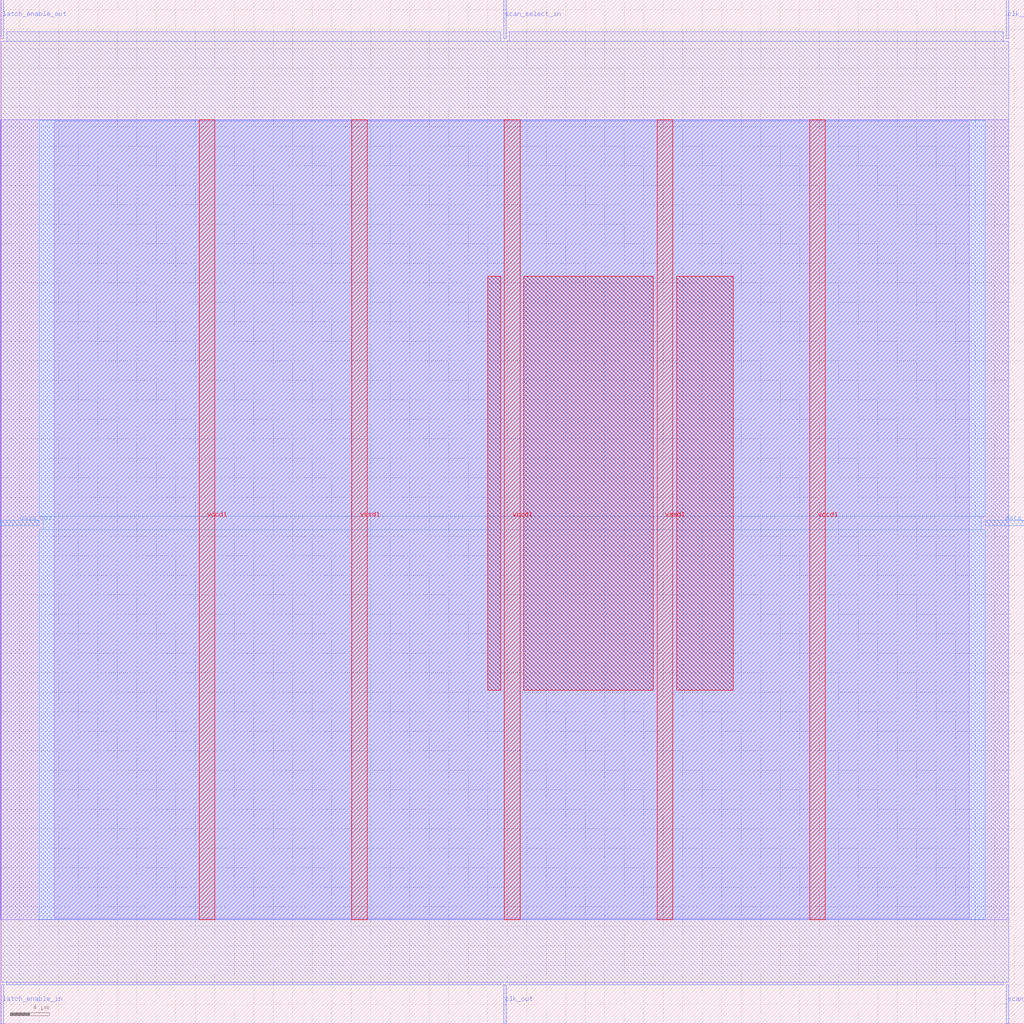
<source format=lef>
VERSION 5.7 ;
  NOWIREEXTENSIONATPIN ON ;
  DIVIDERCHAR "/" ;
  BUSBITCHARS "[]" ;
MACRO scan_wrapper_341188777753969234
  CLASS BLOCK ;
  FOREIGN scan_wrapper_341188777753969234 ;
  ORIGIN 0.000 0.000 ;
  SIZE 105.000 BY 105.000 ;
  PIN clk_in
    DIRECTION INPUT ;
    USE SIGNAL ;
    PORT
      LAYER met2 ;
        RECT 103.130 101.000 103.410 105.000 ;
    END
  END clk_in
  PIN clk_out
    DIRECTION OUTPUT TRISTATE ;
    USE SIGNAL ;
    PORT
      LAYER met2 ;
        RECT 51.610 0.000 51.890 4.000 ;
    END
  END clk_out
  PIN data_in
    DIRECTION INPUT ;
    USE SIGNAL ;
    PORT
      LAYER met3 ;
        RECT 101.000 51.040 105.000 51.640 ;
    END
  END data_in
  PIN data_out
    DIRECTION OUTPUT TRISTATE ;
    USE SIGNAL ;
    PORT
      LAYER met3 ;
        RECT 0.000 51.040 4.000 51.640 ;
    END
  END data_out
  PIN latch_enable_in
    DIRECTION INPUT ;
    USE SIGNAL ;
    PORT
      LAYER met2 ;
        RECT 0.090 0.000 0.370 4.000 ;
    END
  END latch_enable_in
  PIN latch_enable_out
    DIRECTION OUTPUT TRISTATE ;
    USE SIGNAL ;
    PORT
      LAYER met2 ;
        RECT 0.090 101.000 0.370 105.000 ;
    END
  END latch_enable_out
  PIN scan_select_in
    DIRECTION INPUT ;
    USE SIGNAL ;
    PORT
      LAYER met2 ;
        RECT 51.610 101.000 51.890 105.000 ;
    END
  END scan_select_in
  PIN scan_select_out
    DIRECTION OUTPUT TRISTATE ;
    USE SIGNAL ;
    PORT
      LAYER met2 ;
        RECT 103.130 0.000 103.410 4.000 ;
    END
  END scan_select_out
  PIN vccd1
    DIRECTION INPUT ;
    USE POWER ;
    PORT
      LAYER met4 ;
        RECT 20.380 10.640 21.980 92.720 ;
    END
    PORT
      LAYER met4 ;
        RECT 51.700 10.640 53.300 92.720 ;
    END
    PORT
      LAYER met4 ;
        RECT 83.020 10.640 84.620 92.720 ;
    END
  END vccd1
  PIN vssd1
    DIRECTION INPUT ;
    USE GROUND ;
    PORT
      LAYER met4 ;
        RECT 36.040 10.640 37.640 92.720 ;
    END
    PORT
      LAYER met4 ;
        RECT 67.360 10.640 68.960 92.720 ;
    END
  END vssd1
  OBS
      LAYER li1 ;
        RECT 5.520 10.795 99.360 92.565 ;
      LAYER met1 ;
        RECT 0.070 10.640 103.430 92.720 ;
      LAYER met2 ;
        RECT 0.650 100.720 51.330 101.730 ;
        RECT 52.170 100.720 102.850 101.730 ;
        RECT 0.100 4.280 103.400 100.720 ;
        RECT 0.650 4.000 51.330 4.280 ;
        RECT 52.170 4.000 102.850 4.280 ;
      LAYER met3 ;
        RECT 4.000 52.040 101.000 92.645 ;
        RECT 4.400 50.640 100.600 52.040 ;
        RECT 4.000 10.715 101.000 50.640 ;
      LAYER met4 ;
        RECT 49.975 34.175 51.300 76.665 ;
        RECT 53.700 34.175 66.960 76.665 ;
        RECT 69.360 34.175 75.145 76.665 ;
  END
END scan_wrapper_341188777753969234
END LIBRARY


</source>
